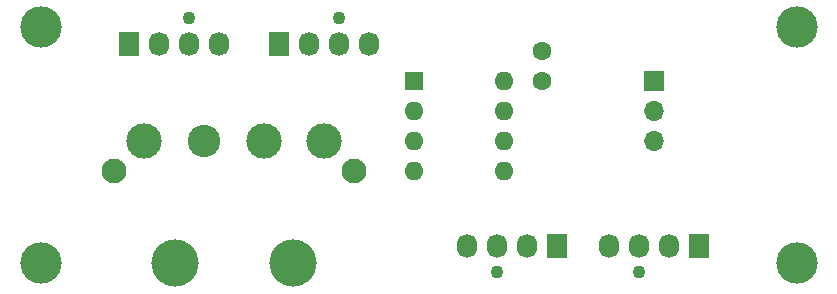
<source format=gts>
G04 #@! TF.GenerationSoftware,KiCad,Pcbnew,7.0.7+dfsg-1*
G04 #@! TF.CreationDate,2023-09-19T15:44:58+10:00*
G04 #@! TF.ProjectId,fan-controller,66616e2d-636f-46e7-9472-6f6c6c65722e,rev?*
G04 #@! TF.SameCoordinates,Original*
G04 #@! TF.FileFunction,Soldermask,Top*
G04 #@! TF.FilePolarity,Negative*
%FSLAX46Y46*%
G04 Gerber Fmt 4.6, Leading zero omitted, Abs format (unit mm)*
G04 Created by KiCad (PCBNEW 7.0.7+dfsg-1) date 2023-09-19 15:44:58*
%MOMM*%
%LPD*%
G01*
G04 APERTURE LIST*
%ADD10C,1.100000*%
%ADD11R,1.730000X2.030000*%
%ADD12O,1.730000X2.030000*%
%ADD13C,3.500000*%
%ADD14R,1.700000X1.700000*%
%ADD15O,1.700000X1.700000*%
%ADD16C,2.100000*%
%ADD17C,4.000000*%
%ADD18C,3.000000*%
%ADD19C,2.750000*%
%ADD20R,1.600000X1.600000*%
%ADD21O,1.600000X1.600000*%
%ADD22C,1.600000*%
G04 APERTURE END LIST*
D10*
X128270000Y-102615000D03*
D11*
X123190000Y-104775000D03*
D12*
X125730000Y-104775000D03*
X128270000Y-104775000D03*
X130810000Y-104775000D03*
D10*
X153670000Y-124080000D03*
D11*
X158750000Y-121920000D03*
D12*
X156210000Y-121920000D03*
X153670000Y-121920000D03*
X151130000Y-121920000D03*
D13*
X103000000Y-103375000D03*
X103000000Y-123375000D03*
D14*
X154940000Y-107950000D03*
D15*
X154940000Y-110490000D03*
X154940000Y-113030000D03*
D16*
X129540000Y-115570000D03*
D17*
X124380000Y-123370000D03*
X114380000Y-123370000D03*
D16*
X109220000Y-115570000D03*
D18*
X111760000Y-113030000D03*
D19*
X116840000Y-113030000D03*
D18*
X121920000Y-113030000D03*
X127000000Y-113030000D03*
D13*
X167000000Y-123375000D03*
X167000000Y-103375000D03*
D12*
X139065000Y-121920000D03*
X141605000Y-121920000D03*
X144145000Y-121920000D03*
D11*
X146685000Y-121920000D03*
D10*
X141605000Y-124080000D03*
X115570000Y-102615000D03*
D11*
X110490000Y-104775000D03*
D12*
X113030000Y-104775000D03*
X115570000Y-104775000D03*
X118110000Y-104775000D03*
D20*
X134620000Y-107950000D03*
D21*
X134620000Y-110490000D03*
X134620000Y-113030000D03*
X134620000Y-115570000D03*
X142240000Y-115570000D03*
X142240000Y-113030000D03*
X142240000Y-110490000D03*
X142240000Y-107950000D03*
D22*
X145415000Y-105430000D03*
X145415000Y-107930000D03*
M02*

</source>
